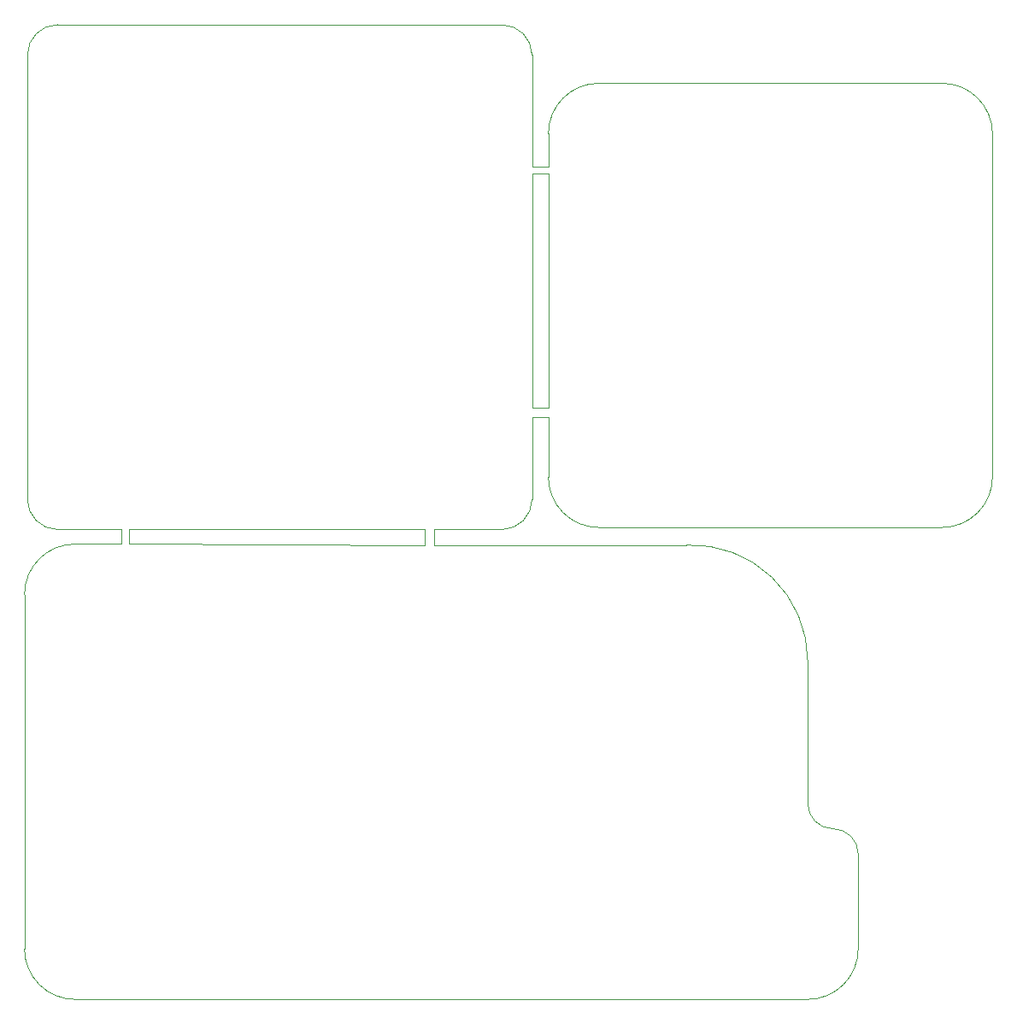
<source format=gbr>
%TF.GenerationSoftware,KiCad,Pcbnew,8.0.5*%
%TF.CreationDate,2024-10-20T13:56:42+02:00*%
%TF.ProjectId,Flight_Controller,466c6967-6874-45f4-936f-6e74726f6c6c,rev?*%
%TF.SameCoordinates,Original*%
%TF.FileFunction,Profile,NP*%
%FSLAX46Y46*%
G04 Gerber Fmt 4.6, Leading zero omitted, Abs format (unit mm)*
G04 Created by KiCad (PCBNEW 8.0.5) date 2024-10-20 13:56:42*
%MOMM*%
%LPD*%
G01*
G04 APERTURE LIST*
%TA.AperFunction,Profile*%
%ADD10C,0.050000*%
%TD*%
G04 APERTURE END LIST*
D10*
X65300000Y-51600000D02*
X65300000Y-28400000D01*
X63700000Y-52500000D02*
X65300000Y-52500000D01*
X96000000Y-105200000D02*
G75*
G02*
X91000000Y-110200000I-5000000J0D01*
G01*
X54000000Y-65200000D02*
X79000000Y-65200000D01*
X79000000Y-65200000D02*
G75*
G02*
X91000017Y-76700000I489600J-11500000D01*
G01*
X13688000Y-16660000D02*
G75*
G02*
X16688000Y-13660000I3000000J0D01*
G01*
X60688000Y-13660000D02*
G75*
G02*
X63688000Y-16660000I0J-3000000D01*
G01*
X70300000Y-19457157D02*
X104300000Y-19457157D01*
X23000000Y-63660000D02*
X16688000Y-63660000D01*
X93500000Y-93300000D02*
G75*
G02*
X91000000Y-90800000I0J2500000D01*
G01*
X18400000Y-65100000D02*
X23000000Y-65100000D01*
X65300000Y-24457157D02*
G75*
G02*
X70300000Y-19457160I5000000J-3D01*
G01*
X13400000Y-70100000D02*
G75*
G02*
X18400000Y-65100000I5000000J0D01*
G01*
X13400000Y-105200000D02*
X13400000Y-70100000D01*
X96000000Y-95800000D02*
X96000000Y-105200000D01*
X16688000Y-13660000D02*
X60688000Y-13660000D01*
X53050000Y-63660000D02*
X23750000Y-63660000D01*
X65300000Y-27700000D02*
X65300000Y-24457157D01*
X63700000Y-52500000D02*
X63688000Y-60660000D01*
X23750000Y-63660000D02*
X23750000Y-65100000D01*
X63688000Y-60660000D02*
G75*
G02*
X60688000Y-63660000I-3000000J0D01*
G01*
X63700000Y-51600000D02*
X65300000Y-51600000D01*
X63700000Y-28400000D02*
X63700000Y-51600000D01*
X91000000Y-90800000D02*
X91000000Y-76700000D01*
X63688000Y-16660000D02*
X63700000Y-27700000D01*
X109300000Y-24457157D02*
X109300000Y-58457157D01*
X104300000Y-63457157D02*
X70300000Y-63457157D01*
X65300000Y-28400000D02*
X63700000Y-28400000D01*
X54000000Y-63660000D02*
X54000000Y-65200000D01*
X65300000Y-58457157D02*
X65300000Y-52500000D01*
X65300000Y-27700000D02*
X63700000Y-27700000D01*
X13688000Y-60660000D02*
X13688000Y-16660000D01*
X53050000Y-63660000D02*
X53050000Y-65200000D01*
X60688000Y-63660000D02*
X54000000Y-63660000D01*
X16688000Y-63660000D02*
G75*
G02*
X13688000Y-60660000I0J3000000D01*
G01*
X93500000Y-93300000D02*
G75*
G02*
X96000000Y-95800000I0J-2500000D01*
G01*
X23000000Y-63660000D02*
X23000000Y-65100000D01*
X104300000Y-19457157D02*
G75*
G02*
X109300043Y-24457157I0J-5000043D01*
G01*
X18400000Y-110200000D02*
G75*
G02*
X13400000Y-105200000I0J5000000D01*
G01*
X53050000Y-65200000D02*
X23750000Y-65100000D01*
X70300000Y-63457157D02*
G75*
G02*
X65300043Y-58457157I0J4999957D01*
G01*
X109300000Y-58457157D02*
G75*
G02*
X104300000Y-63457160I-5000000J-3D01*
G01*
X91000000Y-110200000D02*
X18400000Y-110200000D01*
M02*

</source>
